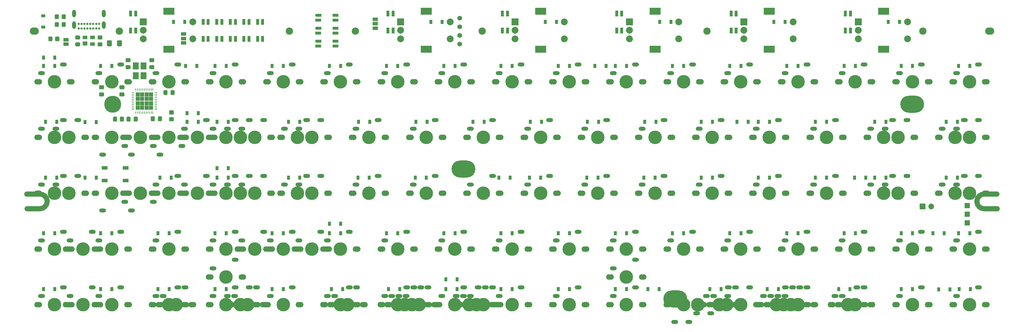
<source format=gbs>
%TF.GenerationSoftware,KiCad,Pcbnew,(5.1.8-0-10_14)*%
%TF.CreationDate,2020-12-27T18:14:17+09:00*%
%TF.ProjectId,Unison,556e6973-6f6e-42e6-9b69-6361645f7063,v01*%
%TF.SameCoordinates,Original*%
%TF.FileFunction,Soldermask,Bot*%
%TF.FilePolarity,Negative*%
%FSLAX46Y46*%
G04 Gerber Fmt 4.6, Leading zero omitted, Abs format (unit mm)*
G04 Created by KiCad (PCBNEW (5.1.8-0-10_14)) date 2020-12-27 18:14:17*
%MOMM*%
%LPD*%
G01*
G04 APERTURE LIST*
%ADD10C,1.500000*%
%ADD11C,2.140000*%
%ADD12O,2.000000X1.200000*%
%ADD13C,1.680000*%
%ADD14C,3.980000*%
%ADD15R,2.000000X2.000000*%
%ADD16C,2.000000*%
%ADD17R,3.200000X2.000000*%
%ADD18R,0.820000X1.800000*%
%ADD19C,0.100000*%
%ADD20R,0.820000X1.600000*%
%ADD21R,0.620000X0.400000*%
%ADD22R,0.900000X1.200000*%
%ADD23C,1.000000*%
%ADD24C,5.000000*%
%ADD25O,7.000240X5.000000*%
%ADD26R,1.200000X0.900000*%
%ADD27R,1.400000X1.000000*%
%ADD28R,1.400000X1.200000*%
%ADD29O,1.700000X1.700000*%
%ADD30R,1.700000X1.700000*%
%ADD31R,1.500000X1.000000*%
%ADD32R,1.800000X0.820000*%
%ADD33R,1.600000X0.820000*%
%ADD34R,0.400000X0.620000*%
%ADD35R,1.524000X1.524000*%
%ADD36C,1.397000*%
%ADD37R,1.800000X1.100000*%
%ADD38R,0.700000X0.250000*%
%ADD39R,0.250000X0.700000*%
%ADD40R,1.287500X1.287500*%
%ADD41R,1.800000X2.100000*%
%ADD42O,1.108000X2.216000*%
%ADD43C,0.650000*%
G04 APERTURE END LIST*
D10*
%TO.C,REF\u002A\u002A*%
X15200000Y-71050000D02*
X19000000Y-71050000D01*
X15250000Y-75350000D02*
X19050000Y-75350000D01*
X300200000Y-75350000D02*
X296400000Y-75350000D01*
X300150000Y-71050000D02*
X296350000Y-71050000D01*
X294250000Y-73200000D02*
G75*
G03*
X296400000Y-75350000I2150000J0D01*
G01*
X294250000Y-73200000D02*
G75*
G02*
X296400000Y-71050000I2150000J0D01*
G01*
X21150000Y-73200000D02*
G75*
G02*
X19000000Y-75350000I-2150000J0D01*
G01*
X21150000Y-73200000D02*
G75*
G03*
X19000000Y-71050000I-2150000J0D01*
G01*
%TD*%
D11*
%TO.C,*%
X298300000Y-23100000D03*
%TD*%
%TO.C,*%
X17600000Y-23100000D03*
%TD*%
%TO.C,*%
X111700000Y-23100000D03*
%TD*%
%TO.C,*%
X215000000Y-23100000D03*
%TD*%
%TO.C,*%
X148900000Y-23100000D03*
%TD*%
%TO.C,*%
X92300000Y-23100000D03*
%TD*%
%TO.C,*%
X42300000Y-23100000D03*
%TD*%
%TO.C,*%
X278400000Y-23100000D03*
%TD*%
%TO.C,*%
X297800000Y-23100000D03*
%TD*%
D12*
%TO.C,SW_25_2*%
X69890000Y-92860000D03*
X76340000Y-90320000D03*
D13*
X69200000Y-95400000D03*
X78200000Y-95400000D03*
D14*
X73700000Y-95400000D03*
D13*
X68620000Y-95400000D03*
X78780000Y-95400000D03*
%TD*%
D12*
%TO.C,SW_60_2*%
X187490000Y-92860000D03*
X193940000Y-90320000D03*
D13*
X186800000Y-95400000D03*
X195800000Y-95400000D03*
D14*
X191300000Y-95400000D03*
D13*
X186220000Y-95400000D03*
X196380000Y-95400000D03*
%TD*%
D12*
%TO.C,SW_10_2*%
X27890000Y-101060000D03*
X34340000Y-98520000D03*
D13*
X27200000Y-103600000D03*
X36200000Y-103600000D03*
D14*
X31700000Y-103600000D03*
D13*
X26620000Y-103600000D03*
X36780000Y-103600000D03*
%TD*%
D12*
%TO.C,SW_19_2*%
X27890000Y-84660000D03*
X34340000Y-82120000D03*
D13*
X27200000Y-87200000D03*
X36200000Y-87200000D03*
D14*
X31700000Y-87200000D03*
D13*
X26620000Y-87200000D03*
X36780000Y-87200000D03*
%TD*%
D12*
%TO.C,SW_24_2*%
X78290000Y-84660000D03*
X84740000Y-82120000D03*
D13*
X77600000Y-87200000D03*
X86600000Y-87200000D03*
D14*
X82100000Y-87200000D03*
D13*
X77020000Y-87200000D03*
X87180000Y-87200000D03*
%TD*%
D12*
%TO.C,SW_39_2*%
X95090000Y-84660000D03*
X101540000Y-82120000D03*
D13*
X94400000Y-87200000D03*
X103400000Y-87200000D03*
D14*
X98900000Y-87200000D03*
D13*
X93820000Y-87200000D03*
X103980000Y-87200000D03*
%TD*%
D12*
%TO.C,SW_45_4*%
X145490000Y-101060000D03*
X151940000Y-98520000D03*
D13*
X144800000Y-103600000D03*
X153800000Y-103600000D03*
D14*
X149300000Y-103600000D03*
D13*
X144220000Y-103600000D03*
X154380000Y-103600000D03*
%TD*%
%TO.C,SW_17_2*%
X32580000Y-54400000D03*
X22420000Y-54400000D03*
D14*
X27500000Y-54400000D03*
D13*
X32000000Y-54400000D03*
X23000000Y-54400000D03*
D12*
X30140000Y-49320000D03*
X23690000Y-51860000D03*
%TD*%
D13*
%TO.C,SW_18_2*%
X32580000Y-70800000D03*
X22420000Y-70800000D03*
D14*
X27500000Y-70800000D03*
D13*
X32000000Y-70800000D03*
X23000000Y-70800000D03*
D12*
X30140000Y-65720000D03*
X23690000Y-68260000D03*
%TD*%
D13*
%TO.C,SW_23_2*%
X82980000Y-70800000D03*
X72820000Y-70800000D03*
D14*
X77900000Y-70800000D03*
D13*
X82400000Y-70800000D03*
X73400000Y-70800000D03*
D12*
X80540000Y-65720000D03*
X74090000Y-68260000D03*
%TD*%
D13*
%TO.C,SW_25_3*%
X82980000Y-103600000D03*
X72820000Y-103600000D03*
D14*
X77900000Y-103600000D03*
D13*
X82400000Y-103600000D03*
X73400000Y-103600000D03*
D12*
X80540000Y-98520000D03*
X74090000Y-101060000D03*
%TD*%
D13*
%TO.C,SW_32_2*%
X82980000Y-54400000D03*
X72820000Y-54400000D03*
D14*
X77900000Y-54400000D03*
D13*
X82400000Y-54400000D03*
X73400000Y-54400000D03*
D12*
X80540000Y-49320000D03*
X74090000Y-51860000D03*
%TD*%
D13*
%TO.C,SW_37_2*%
X99780000Y-54400000D03*
X89620000Y-54400000D03*
D14*
X94700000Y-54400000D03*
D13*
X99200000Y-54400000D03*
X90200000Y-54400000D03*
D12*
X97340000Y-49320000D03*
X90890000Y-51860000D03*
%TD*%
D13*
%TO.C,SW_38_2*%
X99780000Y-70800000D03*
X89620000Y-70800000D03*
D14*
X94700000Y-70800000D03*
D13*
X99200000Y-70800000D03*
X90200000Y-70800000D03*
D12*
X97340000Y-65720000D03*
X90890000Y-68260000D03*
%TD*%
D13*
%TO.C,SW_40_2*%
X133380000Y-103600000D03*
X123220000Y-103600000D03*
D14*
X128300000Y-103600000D03*
D13*
X132800000Y-103600000D03*
X123800000Y-103600000D03*
D12*
X130940000Y-98520000D03*
X124490000Y-101060000D03*
%TD*%
D13*
%TO.C,SW_45_2*%
X150180000Y-103600000D03*
X140020000Y-103600000D03*
D14*
X145100000Y-103600000D03*
D13*
X149600000Y-103600000D03*
X140600000Y-103600000D03*
D12*
X147740000Y-98520000D03*
X141290000Y-101060000D03*
%TD*%
D13*
%TO.C,SW_70_2*%
X225780000Y-103600000D03*
X215620000Y-103600000D03*
D14*
X220700000Y-103600000D03*
D13*
X225200000Y-103600000D03*
X216200000Y-103600000D03*
D12*
X223340000Y-98520000D03*
X216890000Y-101060000D03*
%TD*%
D13*
%TO.C,SW_75_2*%
X207220000Y-103600000D03*
X217380000Y-103600000D03*
D14*
X212300000Y-103600000D03*
D13*
X207800000Y-103600000D03*
X216800000Y-103600000D03*
D12*
X209660000Y-108680000D03*
X216110000Y-106140000D03*
%TD*%
D13*
%TO.C,SW_7_2*%
X292980000Y-54400000D03*
X282820000Y-54400000D03*
D14*
X287900000Y-54400000D03*
D13*
X292400000Y-54400000D03*
X283400000Y-54400000D03*
D12*
X290540000Y-49320000D03*
X284090000Y-51860000D03*
%TD*%
D13*
%TO.C,SW_85_3*%
X242580000Y-103600000D03*
X232420000Y-103600000D03*
D14*
X237500000Y-103600000D03*
D13*
X242000000Y-103600000D03*
X233000000Y-103600000D03*
D12*
X240140000Y-98520000D03*
X233690000Y-101060000D03*
%TD*%
D13*
%TO.C,SW_8_2*%
X292980000Y-70800000D03*
X282820000Y-70800000D03*
D14*
X287900000Y-70800000D03*
D13*
X292400000Y-70800000D03*
X283400000Y-70800000D03*
D12*
X290540000Y-65720000D03*
X284090000Y-68260000D03*
%TD*%
D13*
%TO.C,SW_97_2*%
X276180000Y-54400000D03*
X266020000Y-54400000D03*
D14*
X271100000Y-54400000D03*
D13*
X275600000Y-54400000D03*
X266600000Y-54400000D03*
D12*
X273740000Y-49320000D03*
X267290000Y-51860000D03*
%TD*%
D13*
%TO.C,SW_98_2*%
X276180000Y-70800000D03*
X266020000Y-70800000D03*
D14*
X271100000Y-70800000D03*
D13*
X275600000Y-70800000D03*
X266600000Y-70800000D03*
D12*
X273740000Y-65720000D03*
X267290000Y-68260000D03*
%TD*%
%TO.C,SW_85_4*%
X231590000Y-101060000D03*
X238040000Y-98520000D03*
D13*
X230900000Y-103600000D03*
X239900000Y-103600000D03*
D14*
X235400000Y-103600000D03*
D13*
X230320000Y-103600000D03*
X240480000Y-103600000D03*
%TD*%
D12*
%TO.C,SW_85_2*%
X235790000Y-101060000D03*
X242240000Y-98520000D03*
D13*
X235100000Y-103600000D03*
X244100000Y-103600000D03*
D14*
X239600000Y-103600000D03*
D13*
X234520000Y-103600000D03*
X244680000Y-103600000D03*
%TD*%
D12*
%TO.C,SW_80_2*%
X252590000Y-101060000D03*
X259040000Y-98520000D03*
D13*
X251900000Y-103600000D03*
X260900000Y-103600000D03*
D14*
X256400000Y-103600000D03*
D13*
X251320000Y-103600000D03*
X261480000Y-103600000D03*
%TD*%
D12*
%TO.C,SW_70_3*%
X214790000Y-101060000D03*
X221240000Y-98520000D03*
D13*
X214100000Y-103600000D03*
X223100000Y-103600000D03*
D14*
X218600000Y-103600000D03*
D13*
X213520000Y-103600000D03*
X223680000Y-103600000D03*
%TD*%
D12*
%TO.C,SW_45_3*%
X143390000Y-101060000D03*
X149840000Y-98520000D03*
D13*
X142700000Y-103600000D03*
X151700000Y-103600000D03*
D14*
X147200000Y-103600000D03*
D13*
X142120000Y-103600000D03*
X152280000Y-103600000D03*
%TD*%
D12*
%TO.C,SW_40_4*%
X122390000Y-101060000D03*
X128840000Y-98520000D03*
D13*
X121700000Y-103600000D03*
X130700000Y-103600000D03*
D14*
X126200000Y-103600000D03*
D13*
X121120000Y-103600000D03*
X131280000Y-103600000D03*
%TD*%
D12*
%TO.C,SW_40_3*%
X126590000Y-101060000D03*
X133040000Y-98520000D03*
D13*
X125900000Y-103600000D03*
X134900000Y-103600000D03*
D14*
X130400000Y-103600000D03*
D13*
X125320000Y-103600000D03*
X135480000Y-103600000D03*
%TD*%
D12*
%TO.C,SW_35_2*%
X105590000Y-101060000D03*
X112040000Y-98520000D03*
D13*
X104900000Y-103600000D03*
X113900000Y-103600000D03*
D14*
X109400000Y-103600000D03*
D13*
X104320000Y-103600000D03*
X114480000Y-103600000D03*
%TD*%
D12*
%TO.C,SW_25_4*%
X76190000Y-101060000D03*
X82640000Y-98520000D03*
D13*
X75500000Y-103600000D03*
X84500000Y-103600000D03*
D14*
X80000000Y-103600000D03*
D13*
X74920000Y-103600000D03*
X85080000Y-103600000D03*
%TD*%
D12*
%TO.C,SW_20_2*%
X55190000Y-101060000D03*
X61640000Y-98520000D03*
D13*
X54500000Y-103600000D03*
X63500000Y-103600000D03*
D14*
X59000000Y-103600000D03*
D13*
X53920000Y-103600000D03*
X64080000Y-103600000D03*
%TD*%
D15*
%TO.C,SW_RE1*%
X49400000Y-20400000D03*
D16*
X49400000Y-22900000D03*
X49400000Y-25400000D03*
D17*
X56900000Y-17300000D03*
X56900000Y-28500000D03*
D16*
X63900000Y-20400000D03*
X63900000Y-25400000D03*
%TD*%
D12*
%TO.C,SW_21*%
X36290000Y-35460000D03*
X42740000Y-32920000D03*
D13*
X35600000Y-38000000D03*
X44600000Y-38000000D03*
D14*
X40100000Y-38000000D03*
D13*
X35020000Y-38000000D03*
X45180000Y-38000000D03*
%TD*%
D18*
%TO.C,L13*%
X222050000Y-17950000D03*
X223550000Y-22950000D03*
X222050000Y-22950000D03*
D19*
G36*
X223760000Y-17050001D02*
G01*
X223959999Y-17250000D01*
X223760000Y-17449999D01*
X223560001Y-17250000D01*
X223760000Y-17050001D01*
G37*
D20*
X223550000Y-18050000D03*
D21*
X223450000Y-17250000D03*
%TD*%
D18*
%TO.C,L5*%
X82950000Y-20400000D03*
X84450000Y-25400000D03*
X82950000Y-25400000D03*
D19*
G36*
X84660000Y-19500001D02*
G01*
X84859999Y-19700000D01*
X84660000Y-19899999D01*
X84460001Y-19700000D01*
X84660000Y-19500001D01*
G37*
D20*
X84450000Y-20500000D03*
D21*
X84350000Y-19700000D03*
%TD*%
D12*
%TO.C,SW_26*%
X53090000Y-35460000D03*
X59540000Y-32920000D03*
D13*
X52400000Y-38000000D03*
X61400000Y-38000000D03*
D14*
X56900000Y-38000000D03*
D13*
X51820000Y-38000000D03*
X61980000Y-38000000D03*
%TD*%
D22*
%TO.C,D94*%
X286350000Y-99100000D03*
X283050000Y-99100000D03*
%TD*%
D11*
%TO.C,*%
X17100000Y-23100000D03*
%TD*%
D23*
%TO.C,REF\u002A\u002A*%
X298442035Y-71000000D03*
X298450000Y-75350000D03*
X294850000Y-74700000D03*
X296400000Y-71000000D03*
X296400000Y-75350000D03*
X294250000Y-73200000D03*
X294850000Y-71700000D03*
X20550000Y-74700000D03*
D24*
X40400000Y-44600000D03*
D25*
X143400000Y-63700000D03*
X205700000Y-101900000D03*
X275250000Y-44600000D03*
D23*
X40400000Y-42700000D03*
X38500000Y-44600000D03*
X42300000Y-44600000D03*
X40400000Y-46500000D03*
X39050000Y-43250000D03*
X41650000Y-43250000D03*
X39050000Y-45900000D03*
X41650000Y-45950000D03*
X275250000Y-42750000D03*
X275250000Y-46450000D03*
X276450000Y-46450000D03*
X274050000Y-46450000D03*
X274050000Y-42750000D03*
X276450000Y-42733000D03*
X205750000Y-100050000D03*
X205700000Y-103750000D03*
X206950000Y-100050000D03*
X204550000Y-100050000D03*
X204500000Y-103750000D03*
X206900000Y-103750000D03*
X143400000Y-61850000D03*
X144600000Y-61850000D03*
X142200000Y-61850000D03*
X143400000Y-65600000D03*
X142200000Y-65600000D03*
X144600000Y-65600000D03*
X21150000Y-73200000D03*
X19000000Y-71050000D03*
X19000000Y-75400000D03*
X20550000Y-71700000D03*
X16950000Y-71050000D03*
X16957965Y-75400000D03*
%TD*%
%TO.C,C1*%
G36*
G01*
X45650000Y-48525000D02*
X45650000Y-49475000D01*
G75*
G02*
X45400000Y-49725000I-250000J0D01*
G01*
X44725000Y-49725000D01*
G75*
G02*
X44475000Y-49475000I0J250000D01*
G01*
X44475000Y-48525000D01*
G75*
G02*
X44725000Y-48275000I250000J0D01*
G01*
X45400000Y-48275000D01*
G75*
G02*
X45650000Y-48525000I0J-250000D01*
G01*
G37*
G36*
G01*
X47725000Y-48525000D02*
X47725000Y-49475000D01*
G75*
G02*
X47475000Y-49725000I-250000J0D01*
G01*
X46800000Y-49725000D01*
G75*
G02*
X46550000Y-49475000I0J250000D01*
G01*
X46550000Y-48525000D01*
G75*
G02*
X46800000Y-48275000I250000J0D01*
G01*
X47475000Y-48275000D01*
G75*
G02*
X47725000Y-48525000I0J-250000D01*
G01*
G37*
%TD*%
%TO.C,C2*%
G36*
G01*
X52375000Y-32250000D02*
X51425000Y-32250000D01*
G75*
G02*
X51175000Y-32000000I0J250000D01*
G01*
X51175000Y-31325000D01*
G75*
G02*
X51425000Y-31075000I250000J0D01*
G01*
X52375000Y-31075000D01*
G75*
G02*
X52625000Y-31325000I0J-250000D01*
G01*
X52625000Y-32000000D01*
G75*
G02*
X52375000Y-32250000I-250000J0D01*
G01*
G37*
G36*
G01*
X52375000Y-34325000D02*
X51425000Y-34325000D01*
G75*
G02*
X51175000Y-34075000I0J250000D01*
G01*
X51175000Y-33400000D01*
G75*
G02*
X51425000Y-33150000I250000J0D01*
G01*
X52375000Y-33150000D01*
G75*
G02*
X52625000Y-33400000I0J-250000D01*
G01*
X52625000Y-34075000D01*
G75*
G02*
X52375000Y-34325000I-250000J0D01*
G01*
G37*
%TD*%
%TO.C,C3*%
G36*
G01*
X45375000Y-32250000D02*
X44425000Y-32250000D01*
G75*
G02*
X44175000Y-32000000I0J250000D01*
G01*
X44175000Y-31325000D01*
G75*
G02*
X44425000Y-31075000I250000J0D01*
G01*
X45375000Y-31075000D01*
G75*
G02*
X45625000Y-31325000I0J-250000D01*
G01*
X45625000Y-32000000D01*
G75*
G02*
X45375000Y-32250000I-250000J0D01*
G01*
G37*
G36*
G01*
X45375000Y-34325000D02*
X44425000Y-34325000D01*
G75*
G02*
X44175000Y-34075000I0J250000D01*
G01*
X44175000Y-33400000D01*
G75*
G02*
X44425000Y-33150000I250000J0D01*
G01*
X45375000Y-33150000D01*
G75*
G02*
X45625000Y-33400000I0J-250000D01*
G01*
X45625000Y-34075000D01*
G75*
G02*
X45375000Y-34325000I-250000J0D01*
G01*
G37*
%TD*%
%TO.C,C4*%
G36*
G01*
X53670000Y-49365000D02*
X53670000Y-48415000D01*
G75*
G02*
X53920000Y-48165000I250000J0D01*
G01*
X54595000Y-48165000D01*
G75*
G02*
X54845000Y-48415000I0J-250000D01*
G01*
X54845000Y-49365000D01*
G75*
G02*
X54595000Y-49615000I-250000J0D01*
G01*
X53920000Y-49615000D01*
G75*
G02*
X53670000Y-49365000I0J250000D01*
G01*
G37*
G36*
G01*
X51595000Y-49365000D02*
X51595000Y-48415000D01*
G75*
G02*
X51845000Y-48165000I250000J0D01*
G01*
X52520000Y-48165000D01*
G75*
G02*
X52770000Y-48415000I0J-250000D01*
G01*
X52770000Y-49365000D01*
G75*
G02*
X52520000Y-49615000I-250000J0D01*
G01*
X51845000Y-49615000D01*
G75*
G02*
X51595000Y-49365000I0J250000D01*
G01*
G37*
%TD*%
%TO.C,C5*%
G36*
G01*
X43575000Y-40250000D02*
X42625000Y-40250000D01*
G75*
G02*
X42375000Y-40000000I0J250000D01*
G01*
X42375000Y-39325000D01*
G75*
G02*
X42625000Y-39075000I250000J0D01*
G01*
X43575000Y-39075000D01*
G75*
G02*
X43825000Y-39325000I0J-250000D01*
G01*
X43825000Y-40000000D01*
G75*
G02*
X43575000Y-40250000I-250000J0D01*
G01*
G37*
G36*
G01*
X43575000Y-42325000D02*
X42625000Y-42325000D01*
G75*
G02*
X42375000Y-42075000I0J250000D01*
G01*
X42375000Y-41400000D01*
G75*
G02*
X42625000Y-41150000I250000J0D01*
G01*
X43575000Y-41150000D01*
G75*
G02*
X43825000Y-41400000I0J-250000D01*
G01*
X43825000Y-42075000D01*
G75*
G02*
X43575000Y-42325000I-250000J0D01*
G01*
G37*
%TD*%
%TO.C,C6*%
G36*
G01*
X37575000Y-40250000D02*
X36625000Y-40250000D01*
G75*
G02*
X36375000Y-40000000I0J250000D01*
G01*
X36375000Y-39325000D01*
G75*
G02*
X36625000Y-39075000I250000J0D01*
G01*
X37575000Y-39075000D01*
G75*
G02*
X37825000Y-39325000I0J-250000D01*
G01*
X37825000Y-40000000D01*
G75*
G02*
X37575000Y-40250000I-250000J0D01*
G01*
G37*
G36*
G01*
X37575000Y-42325000D02*
X36625000Y-42325000D01*
G75*
G02*
X36375000Y-42075000I0J250000D01*
G01*
X36375000Y-41400000D01*
G75*
G02*
X36625000Y-41150000I250000J0D01*
G01*
X37575000Y-41150000D01*
G75*
G02*
X37825000Y-41400000I0J-250000D01*
G01*
X37825000Y-42075000D01*
G75*
G02*
X37575000Y-42325000I-250000J0D01*
G01*
G37*
%TD*%
%TO.C,C7*%
G36*
G01*
X57380000Y-41675000D02*
X57380000Y-40725000D01*
G75*
G02*
X57630000Y-40475000I250000J0D01*
G01*
X58305000Y-40475000D01*
G75*
G02*
X58555000Y-40725000I0J-250000D01*
G01*
X58555000Y-41675000D01*
G75*
G02*
X58305000Y-41925000I-250000J0D01*
G01*
X57630000Y-41925000D01*
G75*
G02*
X57380000Y-41675000I0J250000D01*
G01*
G37*
G36*
G01*
X55305000Y-41675000D02*
X55305000Y-40725000D01*
G75*
G02*
X55555000Y-40475000I250000J0D01*
G01*
X56230000Y-40475000D01*
G75*
G02*
X56480000Y-40725000I0J-250000D01*
G01*
X56480000Y-41675000D01*
G75*
G02*
X56230000Y-41925000I-250000J0D01*
G01*
X55555000Y-41925000D01*
G75*
G02*
X55305000Y-41675000I0J250000D01*
G01*
G37*
%TD*%
D22*
%TO.C,D1*%
X23350000Y-30900000D03*
X20050000Y-30900000D03*
%TD*%
D26*
%TO.C,D2*%
X20000000Y-18650000D03*
X20000000Y-21950000D03*
%TD*%
D22*
%TO.C,D3*%
X23350000Y-33400000D03*
X20050000Y-33400000D03*
%TD*%
%TO.C,D4*%
X23950000Y-49800000D03*
X20650000Y-49800000D03*
%TD*%
%TO.C,D5*%
X23950000Y-66200000D03*
X20650000Y-66200000D03*
%TD*%
%TO.C,D6*%
X23350000Y-82600000D03*
X20050000Y-82600000D03*
%TD*%
%TO.C,D7*%
X23350000Y-99000000D03*
X20050000Y-99000000D03*
%TD*%
%TO.C,D8*%
X61550000Y-20400000D03*
X58250000Y-20400000D03*
%TD*%
%TO.C,D9*%
X40150000Y-33400000D03*
X36850000Y-33400000D03*
%TD*%
%TO.C,D10*%
X35550000Y-49900000D03*
X32250000Y-49900000D03*
%TD*%
%TO.C,D11*%
X35550000Y-66200000D03*
X32250000Y-66200000D03*
%TD*%
%TO.C,D12*%
X40150000Y-82600000D03*
X36850000Y-82600000D03*
%TD*%
%TO.C,D13*%
X40150000Y-99000000D03*
X36850000Y-99000000D03*
%TD*%
%TO.C,D14*%
X65550000Y-47300000D03*
X62250000Y-47300000D03*
%TD*%
%TO.C,D15*%
X65150000Y-33400000D03*
X61850000Y-33400000D03*
%TD*%
%TO.C,D16*%
X65550000Y-49800000D03*
X62250000Y-49800000D03*
%TD*%
%TO.C,D17*%
X57550000Y-66200000D03*
X54250000Y-66200000D03*
%TD*%
%TO.C,D18*%
X56950000Y-82600000D03*
X53650000Y-82600000D03*
%TD*%
%TO.C,D19*%
X56950000Y-99000000D03*
X53650000Y-99000000D03*
%TD*%
%TO.C,D20*%
X73750000Y-33400000D03*
X70450000Y-33400000D03*
%TD*%
%TO.C,D21*%
X74350000Y-49800000D03*
X71050000Y-49800000D03*
%TD*%
%TO.C,D22*%
X74350000Y-66200000D03*
X71050000Y-66200000D03*
%TD*%
%TO.C,D23*%
X73750000Y-82600000D03*
X70450000Y-82600000D03*
%TD*%
%TO.C,D24*%
X73750000Y-99000000D03*
X70450000Y-99000000D03*
%TD*%
%TO.C,D25*%
X74350000Y-63400000D03*
X71050000Y-63400000D03*
%TD*%
%TO.C,D26*%
X90550000Y-33400000D03*
X87250000Y-33400000D03*
%TD*%
%TO.C,D27*%
X95350000Y-49800000D03*
X92050000Y-49800000D03*
%TD*%
%TO.C,D28*%
X95350000Y-66200000D03*
X92050000Y-66200000D03*
%TD*%
%TO.C,D29*%
X90550000Y-82600000D03*
X87250000Y-82600000D03*
%TD*%
%TO.C,D30*%
X90550000Y-99000000D03*
X87250000Y-99000000D03*
%TD*%
%TO.C,D31*%
X107350000Y-33400000D03*
X104050000Y-33400000D03*
%TD*%
%TO.C,D32*%
X115950000Y-49800000D03*
X112650000Y-49800000D03*
%TD*%
%TO.C,D33*%
X115750000Y-66200000D03*
X112450000Y-66200000D03*
%TD*%
%TO.C,D34*%
X107350000Y-82600000D03*
X104050000Y-82600000D03*
%TD*%
%TO.C,D35*%
X107950000Y-99000000D03*
X104650000Y-99000000D03*
%TD*%
%TO.C,D36*%
X107350000Y-79800000D03*
X104050000Y-79800000D03*
%TD*%
%TO.C,D37*%
X124150000Y-33400000D03*
X120850000Y-33400000D03*
%TD*%
%TO.C,D38*%
X132750000Y-49800000D03*
X129450000Y-49800000D03*
%TD*%
%TO.C,D39*%
X132550000Y-66200000D03*
X129250000Y-66200000D03*
%TD*%
%TO.C,D40*%
X124150000Y-82600000D03*
X120850000Y-82600000D03*
%TD*%
%TO.C,D41*%
X124750000Y-99000000D03*
X121450000Y-99000000D03*
%TD*%
%TO.C,D42*%
X140950000Y-33400000D03*
X137650000Y-33400000D03*
%TD*%
%TO.C,D43*%
X149550000Y-49800000D03*
X146250000Y-49800000D03*
%TD*%
%TO.C,D44*%
X157150000Y-66200000D03*
X153850000Y-66200000D03*
%TD*%
%TO.C,D45*%
X140950000Y-82600000D03*
X137650000Y-82600000D03*
%TD*%
%TO.C,D46*%
X141550000Y-99000000D03*
X138250000Y-99000000D03*
%TD*%
%TO.C,D47*%
X141550000Y-96100000D03*
X138250000Y-96100000D03*
%TD*%
%TO.C,D48*%
X157750000Y-33400000D03*
X154450000Y-33400000D03*
%TD*%
%TO.C,D49*%
X166350000Y-49800000D03*
X163050000Y-49800000D03*
%TD*%
%TO.C,D50*%
X166150000Y-66200000D03*
X162850000Y-66200000D03*
%TD*%
%TO.C,D51*%
X157750000Y-82600000D03*
X154450000Y-82600000D03*
%TD*%
%TO.C,D52*%
X157750000Y-99000000D03*
X154450000Y-99000000D03*
%TD*%
%TO.C,D53*%
X170750000Y-20400000D03*
X167450000Y-20400000D03*
%TD*%
%TO.C,D54*%
X174550000Y-33400000D03*
X171250000Y-33400000D03*
%TD*%
%TO.C,D55*%
X183150000Y-49800000D03*
X179850000Y-49800000D03*
%TD*%
%TO.C,D56*%
X182950000Y-66200000D03*
X179650000Y-66200000D03*
%TD*%
%TO.C,D57*%
X174550000Y-82600000D03*
X171250000Y-82600000D03*
%TD*%
%TO.C,D58*%
X174550000Y-99000000D03*
X171250000Y-99000000D03*
%TD*%
%TO.C,D59*%
X185350000Y-33400000D03*
X182050000Y-33400000D03*
%TD*%
%TO.C,D60*%
X191350000Y-33400000D03*
X188050000Y-33400000D03*
%TD*%
%TO.C,D61*%
X199950000Y-49800000D03*
X196650000Y-49800000D03*
%TD*%
%TO.C,D62*%
X199750000Y-66200000D03*
X196450000Y-66200000D03*
%TD*%
%TO.C,D63*%
X191350000Y-82600000D03*
X188050000Y-82600000D03*
%TD*%
%TO.C,D64*%
X191350000Y-99000000D03*
X188050000Y-99000000D03*
%TD*%
%TO.C,D65*%
X204350000Y-20400000D03*
X201050000Y-20400000D03*
%TD*%
%TO.C,D66*%
X208150000Y-33400000D03*
X204850000Y-33400000D03*
%TD*%
%TO.C,D67*%
X216550000Y-49800000D03*
X213250000Y-49800000D03*
%TD*%
%TO.C,D68*%
X216550000Y-66200000D03*
X213250000Y-66200000D03*
%TD*%
%TO.C,D69*%
X208150000Y-82600000D03*
X204850000Y-82600000D03*
%TD*%
%TO.C,D70*%
X200950000Y-99000000D03*
X197650000Y-99000000D03*
%TD*%
%TO.C,D71*%
X227050000Y-49800000D03*
X223750000Y-49800000D03*
%TD*%
%TO.C,D72*%
X224950000Y-33400000D03*
X221650000Y-33400000D03*
%TD*%
%TO.C,D73*%
X233350000Y-49800000D03*
X230050000Y-49800000D03*
%TD*%
%TO.C,D74*%
X233350000Y-66200000D03*
X230050000Y-66200000D03*
%TD*%
%TO.C,D75*%
X224950000Y-82600000D03*
X221650000Y-82600000D03*
%TD*%
%TO.C,D76*%
X219150000Y-99000000D03*
X215850000Y-99000000D03*
%TD*%
%TO.C,D77*%
X237950000Y-20400000D03*
X234650000Y-20400000D03*
%TD*%
%TO.C,D78*%
X241750000Y-33400000D03*
X238450000Y-33400000D03*
%TD*%
%TO.C,D79*%
X250150000Y-49800000D03*
X246850000Y-49800000D03*
%TD*%
%TO.C,D80*%
X250150000Y-66200000D03*
X246850000Y-66200000D03*
%TD*%
%TO.C,D81*%
X241750000Y-82600000D03*
X238450000Y-82600000D03*
%TD*%
%TO.C,D82*%
X235950000Y-99000000D03*
X232650000Y-99000000D03*
%TD*%
%TO.C,D83*%
X261650000Y-66200000D03*
X258350000Y-66200000D03*
%TD*%
%TO.C,D84*%
X258550000Y-33400000D03*
X255250000Y-33400000D03*
%TD*%
%TO.C,D85*%
X267550000Y-49800000D03*
X264250000Y-49800000D03*
%TD*%
%TO.C,D86*%
X267550000Y-66200000D03*
X264250000Y-66200000D03*
%TD*%
%TO.C,D87*%
X258550000Y-82600000D03*
X255250000Y-82600000D03*
%TD*%
%TO.C,D88*%
X256950000Y-99000000D03*
X253650000Y-99000000D03*
%TD*%
%TO.C,D89*%
X271550000Y-20400000D03*
X268250000Y-20400000D03*
%TD*%
%TO.C,D90*%
X275350000Y-33400000D03*
X272050000Y-33400000D03*
%TD*%
%TO.C,D91*%
X275350000Y-82600000D03*
X272050000Y-82600000D03*
%TD*%
%TO.C,D92*%
X275350000Y-99000000D03*
X272050000Y-99000000D03*
%TD*%
%TO.C,D93*%
X284650000Y-82600000D03*
X281350000Y-82600000D03*
%TD*%
%TO.C,D95*%
X292150000Y-33400000D03*
X288850000Y-33400000D03*
%TD*%
%TO.C,D96*%
X288550000Y-49800000D03*
X285250000Y-49800000D03*
%TD*%
%TO.C,D97*%
X288550000Y-66200000D03*
X285250000Y-66200000D03*
%TD*%
%TO.C,D98*%
X292150000Y-82600000D03*
X288850000Y-82600000D03*
%TD*%
%TO.C,D99*%
X292350000Y-99000000D03*
X289050000Y-99000000D03*
%TD*%
%TO.C,D100*%
X137150000Y-20400000D03*
X133850000Y-20400000D03*
%TD*%
D27*
%TO.C,D102*%
X34475000Y-26925000D03*
X34475000Y-25025000D03*
X32275000Y-25025000D03*
D28*
X32275000Y-26745000D03*
%TD*%
%TO.C,F1*%
G36*
G01*
X40125000Y-26075000D02*
X40125000Y-27325000D01*
G75*
G02*
X39875000Y-27575000I-250000J0D01*
G01*
X38950000Y-27575000D01*
G75*
G02*
X38700000Y-27325000I0J250000D01*
G01*
X38700000Y-26075000D01*
G75*
G02*
X38950000Y-25825000I250000J0D01*
G01*
X39875000Y-25825000D01*
G75*
G02*
X40125000Y-26075000I0J-250000D01*
G01*
G37*
G36*
G01*
X43100000Y-26075000D02*
X43100000Y-27325000D01*
G75*
G02*
X42850000Y-27575000I-250000J0D01*
G01*
X41925000Y-27575000D01*
G75*
G02*
X41675000Y-27325000I0J250000D01*
G01*
X41675000Y-26075000D01*
G75*
G02*
X41925000Y-25825000I250000J0D01*
G01*
X42850000Y-25825000D01*
G75*
G02*
X43100000Y-26075000I0J-250000D01*
G01*
G37*
%TD*%
D29*
%TO.C,J2*%
X280840000Y-74700000D03*
D30*
X278300000Y-74700000D03*
%TD*%
D31*
%TO.C,JP1*%
X26700000Y-26950000D03*
X26700000Y-25650000D03*
%TD*%
%TO.C,JP_LED1*%
X61225000Y-24000000D03*
X61225000Y-25300000D03*
X61225000Y-26600000D03*
%TD*%
%TO.C,JP_LED2*%
X117550000Y-19650000D03*
X117550000Y-20950000D03*
X117550000Y-22250000D03*
%TD*%
D18*
%TO.C,L1*%
X66950000Y-20400000D03*
X68450000Y-25400000D03*
X66950000Y-25400000D03*
D19*
G36*
X68660000Y-19500001D02*
G01*
X68859999Y-19700000D01*
X68660000Y-19899999D01*
X68460001Y-19700000D01*
X68660000Y-19500001D01*
G37*
D20*
X68450000Y-20500000D03*
D21*
X68350000Y-19700000D03*
%TD*%
D18*
%TO.C,L2*%
X70950000Y-20400000D03*
X72450000Y-25400000D03*
X70950000Y-25400000D03*
D19*
G36*
X72660000Y-19500001D02*
G01*
X72859999Y-19700000D01*
X72660000Y-19899999D01*
X72460001Y-19700000D01*
X72660000Y-19500001D01*
G37*
D20*
X72450000Y-20500000D03*
D21*
X72350000Y-19700000D03*
%TD*%
D18*
%TO.C,L3*%
X74950000Y-20400000D03*
X76450000Y-25400000D03*
X74950000Y-25400000D03*
D19*
G36*
X76660000Y-19500001D02*
G01*
X76859999Y-19700000D01*
X76660000Y-19899999D01*
X76460001Y-19700000D01*
X76660000Y-19500001D01*
G37*
D20*
X76450000Y-20500000D03*
D21*
X76350000Y-19700000D03*
%TD*%
D18*
%TO.C,L4*%
X78950000Y-20400000D03*
X80450000Y-25400000D03*
X78950000Y-25400000D03*
D19*
G36*
X80660000Y-19500001D02*
G01*
X80859999Y-19700000D01*
X80660000Y-19899999D01*
X80460001Y-19700000D01*
X80660000Y-19500001D01*
G37*
D20*
X80450000Y-20500000D03*
D21*
X80350000Y-19700000D03*
%TD*%
D32*
%TO.C,L6*%
X100800000Y-19950000D03*
X105800000Y-18450000D03*
X105800000Y-19950000D03*
D19*
G36*
X99900001Y-18240000D02*
G01*
X100100000Y-18040001D01*
X100299999Y-18240000D01*
X100100000Y-18439999D01*
X99900001Y-18240000D01*
G37*
D33*
X100900000Y-18450000D03*
D34*
X100100000Y-18550000D03*
%TD*%
D32*
%TO.C,L7*%
X100800000Y-23750000D03*
X105800000Y-22250000D03*
X105800000Y-23750000D03*
D19*
G36*
X99900001Y-22040000D02*
G01*
X100100000Y-21840001D01*
X100299999Y-22040000D01*
X100100000Y-22239999D01*
X99900001Y-22040000D01*
G37*
D33*
X100900000Y-22250000D03*
D34*
X100100000Y-22350000D03*
%TD*%
D32*
%TO.C,L8*%
X100800000Y-27550000D03*
X105800000Y-26050000D03*
X105800000Y-27550000D03*
D19*
G36*
X99900001Y-25840000D02*
G01*
X100100000Y-25640001D01*
X100299999Y-25840000D01*
X100100000Y-26039999D01*
X99900001Y-25840000D01*
G37*
D33*
X100900000Y-26050000D03*
D34*
X100100000Y-26150000D03*
%TD*%
D18*
%TO.C,L9*%
X45650000Y-17950000D03*
X47150000Y-22950000D03*
X45650000Y-22950000D03*
D19*
G36*
X47360000Y-17050001D02*
G01*
X47559999Y-17250000D01*
X47360000Y-17449999D01*
X47160001Y-17250000D01*
X47360000Y-17050001D01*
G37*
D20*
X47150000Y-18050000D03*
D21*
X47050000Y-17250000D03*
%TD*%
D18*
%TO.C,L10*%
X121250000Y-17950000D03*
X122750000Y-22950000D03*
X121250000Y-22950000D03*
D19*
G36*
X122960000Y-17050001D02*
G01*
X123159999Y-17250000D01*
X122960000Y-17449999D01*
X122760001Y-17250000D01*
X122960000Y-17050001D01*
G37*
D20*
X122750000Y-18050000D03*
D21*
X122650000Y-17250000D03*
%TD*%
D18*
%TO.C,L11*%
X154850000Y-17950000D03*
X156350000Y-22950000D03*
X154850000Y-22950000D03*
D19*
G36*
X156560000Y-17050001D02*
G01*
X156759999Y-17250000D01*
X156560000Y-17449999D01*
X156360001Y-17250000D01*
X156560000Y-17050001D01*
G37*
D20*
X156350000Y-18050000D03*
D21*
X156250000Y-17250000D03*
%TD*%
D18*
%TO.C,L12*%
X188450000Y-17950000D03*
X189950000Y-22950000D03*
X188450000Y-22950000D03*
D19*
G36*
X190160000Y-17050001D02*
G01*
X190359999Y-17250000D01*
X190160000Y-17449999D01*
X189960001Y-17250000D01*
X190160000Y-17050001D01*
G37*
D20*
X189950000Y-18050000D03*
D21*
X189850000Y-17250000D03*
%TD*%
D18*
%TO.C,L14*%
X255650000Y-17950000D03*
X257150000Y-22950000D03*
X255650000Y-22950000D03*
D19*
G36*
X257360000Y-17050001D02*
G01*
X257559999Y-17250000D01*
X257360000Y-17449999D01*
X257160001Y-17250000D01*
X257360000Y-17050001D01*
G37*
D20*
X257150000Y-18050000D03*
D21*
X257050000Y-17250000D03*
%TD*%
D35*
%TO.C,L15*%
X291450000Y-74470000D03*
X291450000Y-77010000D03*
X291450000Y-79550000D03*
%TD*%
D36*
%TO.C,OL1*%
X142300000Y-19290000D03*
X142300000Y-21830000D03*
X142300000Y-24370000D03*
X142300000Y-26910000D03*
%TD*%
%TO.C,R1*%
G36*
G01*
X22700000Y-24949999D02*
X22700000Y-25850001D01*
G75*
G02*
X22450001Y-26100000I-249999J0D01*
G01*
X21749999Y-26100000D01*
G75*
G02*
X21500000Y-25850001I0J249999D01*
G01*
X21500000Y-24949999D01*
G75*
G02*
X21749999Y-24700000I249999J0D01*
G01*
X22450001Y-24700000D01*
G75*
G02*
X22700000Y-24949999I0J-249999D01*
G01*
G37*
G36*
G01*
X24700000Y-24949999D02*
X24700000Y-25850001D01*
G75*
G02*
X24450001Y-26100000I-249999J0D01*
G01*
X23749999Y-26100000D01*
G75*
G02*
X23500000Y-25850001I0J249999D01*
G01*
X23500000Y-24949999D01*
G75*
G02*
X23749999Y-24700000I249999J0D01*
G01*
X24450001Y-24700000D01*
G75*
G02*
X24700000Y-24949999I0J-249999D01*
G01*
G37*
%TD*%
%TO.C,R4*%
G36*
G01*
X41700000Y-48549999D02*
X41700000Y-49450001D01*
G75*
G02*
X41450001Y-49700000I-249999J0D01*
G01*
X40749999Y-49700000D01*
G75*
G02*
X40500000Y-49450001I0J249999D01*
G01*
X40500000Y-48549999D01*
G75*
G02*
X40749999Y-48300000I249999J0D01*
G01*
X41450001Y-48300000D01*
G75*
G02*
X41700000Y-48549999I0J-249999D01*
G01*
G37*
G36*
G01*
X43700000Y-48549999D02*
X43700000Y-49450001D01*
G75*
G02*
X43450001Y-49700000I-249999J0D01*
G01*
X42749999Y-49700000D01*
G75*
G02*
X42500000Y-49450001I0J249999D01*
G01*
X42500000Y-48549999D01*
G75*
G02*
X42749999Y-48300000I249999J0D01*
G01*
X43450001Y-48300000D01*
G75*
G02*
X43700000Y-48549999I0J-249999D01*
G01*
G37*
%TD*%
%TO.C,R5*%
G36*
G01*
X25400000Y-19350001D02*
X25400000Y-18449999D01*
G75*
G02*
X25649999Y-18200000I249999J0D01*
G01*
X26350001Y-18200000D01*
G75*
G02*
X26600000Y-18449999I0J-249999D01*
G01*
X26600000Y-19350001D01*
G75*
G02*
X26350001Y-19600000I-249999J0D01*
G01*
X25649999Y-19600000D01*
G75*
G02*
X25400000Y-19350001I0J249999D01*
G01*
G37*
G36*
G01*
X23400000Y-19350001D02*
X23400000Y-18449999D01*
G75*
G02*
X23649999Y-18200000I249999J0D01*
G01*
X24350001Y-18200000D01*
G75*
G02*
X24600000Y-18449999I0J-249999D01*
G01*
X24600000Y-19350001D01*
G75*
G02*
X24350001Y-19600000I-249999J0D01*
G01*
X23649999Y-19600000D01*
G75*
G02*
X23400000Y-19350001I0J249999D01*
G01*
G37*
%TD*%
%TO.C,R6*%
G36*
G01*
X25400000Y-21650001D02*
X25400000Y-20749999D01*
G75*
G02*
X25649999Y-20500000I249999J0D01*
G01*
X26350001Y-20500000D01*
G75*
G02*
X26600000Y-20749999I0J-249999D01*
G01*
X26600000Y-21650001D01*
G75*
G02*
X26350001Y-21900000I-249999J0D01*
G01*
X25649999Y-21900000D01*
G75*
G02*
X25400000Y-21650001I0J249999D01*
G01*
G37*
G36*
G01*
X23400000Y-21650001D02*
X23400000Y-20749999D01*
G75*
G02*
X23649999Y-20500000I249999J0D01*
G01*
X24350001Y-20500000D01*
G75*
G02*
X24600000Y-20749999I0J-249999D01*
G01*
X24600000Y-21650001D01*
G75*
G02*
X24350001Y-21900000I-249999J0D01*
G01*
X23649999Y-21900000D01*
G75*
G02*
X23400000Y-21650001I0J249999D01*
G01*
G37*
%TD*%
%TO.C,R7*%
G36*
G01*
X37100001Y-25625000D02*
X36199999Y-25625000D01*
G75*
G02*
X35950000Y-25375001I0J249999D01*
G01*
X35950000Y-24674999D01*
G75*
G02*
X36199999Y-24425000I249999J0D01*
G01*
X37100001Y-24425000D01*
G75*
G02*
X37350000Y-24674999I0J-249999D01*
G01*
X37350000Y-25375001D01*
G75*
G02*
X37100001Y-25625000I-249999J0D01*
G01*
G37*
G36*
G01*
X37100001Y-27625000D02*
X36199999Y-27625000D01*
G75*
G02*
X35950000Y-27375001I0J249999D01*
G01*
X35950000Y-26674999D01*
G75*
G02*
X36199999Y-26425000I249999J0D01*
G01*
X37100001Y-26425000D01*
G75*
G02*
X37350000Y-26674999I0J-249999D01*
G01*
X37350000Y-27375001D01*
G75*
G02*
X37100001Y-27625000I-249999J0D01*
G01*
G37*
%TD*%
%TO.C,R8*%
G36*
G01*
X30550001Y-25625000D02*
X29649999Y-25625000D01*
G75*
G02*
X29400000Y-25375001I0J249999D01*
G01*
X29400000Y-24674999D01*
G75*
G02*
X29649999Y-24425000I249999J0D01*
G01*
X30550001Y-24425000D01*
G75*
G02*
X30800000Y-24674999I0J-249999D01*
G01*
X30800000Y-25375001D01*
G75*
G02*
X30550001Y-25625000I-249999J0D01*
G01*
G37*
G36*
G01*
X30550001Y-27625000D02*
X29649999Y-27625000D01*
G75*
G02*
X29400000Y-27375001I0J249999D01*
G01*
X29400000Y-26674999D01*
G75*
G02*
X29649999Y-26425000I249999J0D01*
G01*
X30550001Y-26425000D01*
G75*
G02*
X30800000Y-26674999I0J-249999D01*
G01*
X30800000Y-27375001D01*
G75*
G02*
X30550001Y-27625000I-249999J0D01*
G01*
G37*
%TD*%
%TO.C,R9*%
G36*
G01*
X58110001Y-47640000D02*
X57209999Y-47640000D01*
G75*
G02*
X56960000Y-47390001I0J249999D01*
G01*
X56960000Y-46689999D01*
G75*
G02*
X57209999Y-46440000I249999J0D01*
G01*
X58110001Y-46440000D01*
G75*
G02*
X58360000Y-46689999I0J-249999D01*
G01*
X58360000Y-47390001D01*
G75*
G02*
X58110001Y-47640000I-249999J0D01*
G01*
G37*
G36*
G01*
X58110001Y-49640000D02*
X57209999Y-49640000D01*
G75*
G02*
X56960000Y-49390001I0J249999D01*
G01*
X56960000Y-48689999D01*
G75*
G02*
X57209999Y-48440000I249999J0D01*
G01*
X58110001Y-48440000D01*
G75*
G02*
X58360000Y-48689999I0J-249999D01*
G01*
X58360000Y-49390001D01*
G75*
G02*
X58110001Y-49640000I-249999J0D01*
G01*
G37*
%TD*%
D37*
%TO.C,ResetSW1*%
X44200000Y-63350000D03*
X38000000Y-63350000D03*
X44200000Y-67050000D03*
X38000000Y-67050000D03*
%TD*%
D12*
%TO.C,SW_6*%
X288290000Y-35460000D03*
X294740000Y-32920000D03*
D13*
X287600000Y-38000000D03*
X296600000Y-38000000D03*
D14*
X292100000Y-38000000D03*
D13*
X287020000Y-38000000D03*
X297180000Y-38000000D03*
%TD*%
D12*
%TO.C,SW_9*%
X288290000Y-84660000D03*
X294740000Y-82120000D03*
D13*
X287600000Y-87200000D03*
X296600000Y-87200000D03*
D14*
X292100000Y-87200000D03*
D13*
X287020000Y-87200000D03*
X297180000Y-87200000D03*
%TD*%
D12*
%TO.C,SW_14*%
X36290000Y-84660000D03*
X42740000Y-82120000D03*
D13*
X35600000Y-87200000D03*
X44600000Y-87200000D03*
D14*
X40100000Y-87200000D03*
D13*
X35020000Y-87200000D03*
X45180000Y-87200000D03*
%TD*%
D12*
%TO.C,SW_15*%
X36290000Y-101060000D03*
X42740000Y-98520000D03*
D13*
X35600000Y-103600000D03*
X44600000Y-103600000D03*
D14*
X40100000Y-103600000D03*
D13*
X35020000Y-103600000D03*
X45180000Y-103600000D03*
%TD*%
D12*
%TO.C,SW_16*%
X19490000Y-35460000D03*
X25940000Y-32920000D03*
D13*
X18800000Y-38000000D03*
X27800000Y-38000000D03*
D14*
X23300000Y-38000000D03*
D13*
X18220000Y-38000000D03*
X28380000Y-38000000D03*
%TD*%
D12*
%TO.C,SW_29*%
X53090000Y-84660000D03*
X59540000Y-82120000D03*
D13*
X52400000Y-87200000D03*
X61400000Y-87200000D03*
D14*
X56900000Y-87200000D03*
D13*
X51820000Y-87200000D03*
X61980000Y-87200000D03*
%TD*%
D12*
%TO.C,SW_30*%
X86690000Y-101060000D03*
X93140000Y-98520000D03*
D13*
X86000000Y-103600000D03*
X95000000Y-103600000D03*
D14*
X90500000Y-103600000D03*
D13*
X85420000Y-103600000D03*
X95580000Y-103600000D03*
%TD*%
D12*
%TO.C,SW_31*%
X69890000Y-35460000D03*
X76340000Y-32920000D03*
D13*
X69200000Y-38000000D03*
X78200000Y-38000000D03*
D14*
X73700000Y-38000000D03*
D13*
X68620000Y-38000000D03*
X78780000Y-38000000D03*
%TD*%
D12*
%TO.C,SW_34*%
X103490000Y-84660000D03*
X109940000Y-82120000D03*
D13*
X102800000Y-87200000D03*
X111800000Y-87200000D03*
D14*
X107300000Y-87200000D03*
D13*
X102220000Y-87200000D03*
X112380000Y-87200000D03*
%TD*%
D12*
%TO.C,SW_36*%
X86690000Y-35460000D03*
X93140000Y-32920000D03*
D13*
X86000000Y-38000000D03*
X95000000Y-38000000D03*
D14*
X90500000Y-38000000D03*
D13*
X85420000Y-38000000D03*
X95580000Y-38000000D03*
%TD*%
D12*
%TO.C,SW_41*%
X103490000Y-35460000D03*
X109940000Y-32920000D03*
D13*
X102800000Y-38000000D03*
X111800000Y-38000000D03*
D14*
X107300000Y-38000000D03*
D13*
X102220000Y-38000000D03*
X112380000Y-38000000D03*
%TD*%
D12*
%TO.C,SW_42*%
X111890000Y-51860000D03*
X118340000Y-49320000D03*
D13*
X111200000Y-54400000D03*
X120200000Y-54400000D03*
D14*
X115700000Y-54400000D03*
D13*
X110620000Y-54400000D03*
X120780000Y-54400000D03*
%TD*%
D12*
%TO.C,SW_43*%
X111890000Y-68260000D03*
X118340000Y-65720000D03*
D13*
X111200000Y-70800000D03*
X120200000Y-70800000D03*
D14*
X115700000Y-70800000D03*
D13*
X110620000Y-70800000D03*
X120780000Y-70800000D03*
%TD*%
D12*
%TO.C,SW_46*%
X120290000Y-35460000D03*
X126740000Y-32920000D03*
D13*
X119600000Y-38000000D03*
X128600000Y-38000000D03*
D14*
X124100000Y-38000000D03*
D13*
X119020000Y-38000000D03*
X129180000Y-38000000D03*
%TD*%
D12*
%TO.C,SW_47*%
X128690000Y-51860000D03*
X135140000Y-49320000D03*
D13*
X128000000Y-54400000D03*
X137000000Y-54400000D03*
D14*
X132500000Y-54400000D03*
D13*
X127420000Y-54400000D03*
X137580000Y-54400000D03*
%TD*%
D12*
%TO.C,SW_48*%
X128690000Y-68260000D03*
X135140000Y-65720000D03*
D13*
X128000000Y-70800000D03*
X137000000Y-70800000D03*
D14*
X132500000Y-70800000D03*
D13*
X127420000Y-70800000D03*
X137580000Y-70800000D03*
%TD*%
D12*
%TO.C,SW_49*%
X120290000Y-84660000D03*
X126740000Y-82120000D03*
D13*
X119600000Y-87200000D03*
X128600000Y-87200000D03*
D14*
X124100000Y-87200000D03*
D13*
X119020000Y-87200000D03*
X129180000Y-87200000D03*
%TD*%
D12*
%TO.C,SW_50*%
X153890000Y-101060000D03*
X160340000Y-98520000D03*
D13*
X153200000Y-103600000D03*
X162200000Y-103600000D03*
D14*
X157700000Y-103600000D03*
D13*
X152620000Y-103600000D03*
X162780000Y-103600000D03*
%TD*%
D12*
%TO.C,SW_51*%
X137090000Y-35460000D03*
X143540000Y-32920000D03*
D13*
X136400000Y-38000000D03*
X145400000Y-38000000D03*
D14*
X140900000Y-38000000D03*
D13*
X135820000Y-38000000D03*
X145980000Y-38000000D03*
%TD*%
D12*
%TO.C,SW_52*%
X145490000Y-51860000D03*
X151940000Y-49320000D03*
D13*
X144800000Y-54400000D03*
X153800000Y-54400000D03*
D14*
X149300000Y-54400000D03*
D13*
X144220000Y-54400000D03*
X154380000Y-54400000D03*
%TD*%
D12*
%TO.C,SW_53*%
X145490000Y-68260000D03*
X151940000Y-65720000D03*
D13*
X144800000Y-70800000D03*
X153800000Y-70800000D03*
D14*
X149300000Y-70800000D03*
D13*
X144220000Y-70800000D03*
X154380000Y-70800000D03*
%TD*%
D12*
%TO.C,SW_54*%
X137090000Y-84660000D03*
X143540000Y-82120000D03*
D13*
X136400000Y-87200000D03*
X145400000Y-87200000D03*
D14*
X140900000Y-87200000D03*
D13*
X135820000Y-87200000D03*
X145980000Y-87200000D03*
%TD*%
D12*
%TO.C,SW_56*%
X153890000Y-35460000D03*
X160340000Y-32920000D03*
D13*
X153200000Y-38000000D03*
X162200000Y-38000000D03*
D14*
X157700000Y-38000000D03*
D13*
X152620000Y-38000000D03*
X162780000Y-38000000D03*
%TD*%
D12*
%TO.C,SW_57*%
X162290000Y-51860000D03*
X168740000Y-49320000D03*
D13*
X161600000Y-54400000D03*
X170600000Y-54400000D03*
D14*
X166100000Y-54400000D03*
D13*
X161020000Y-54400000D03*
X171180000Y-54400000D03*
%TD*%
D12*
%TO.C,SW_58*%
X162290000Y-68260000D03*
X168740000Y-65720000D03*
D13*
X161600000Y-70800000D03*
X170600000Y-70800000D03*
D14*
X166100000Y-70800000D03*
D13*
X161020000Y-70800000D03*
X171180000Y-70800000D03*
%TD*%
D12*
%TO.C,SW_59*%
X153890000Y-84660000D03*
X160340000Y-82120000D03*
D13*
X153200000Y-87200000D03*
X162200000Y-87200000D03*
D14*
X157700000Y-87200000D03*
D13*
X152620000Y-87200000D03*
X162780000Y-87200000D03*
%TD*%
D12*
%TO.C,SW_61*%
X170690000Y-35460000D03*
X177140000Y-32920000D03*
D13*
X170000000Y-38000000D03*
X179000000Y-38000000D03*
D14*
X174500000Y-38000000D03*
D13*
X169420000Y-38000000D03*
X179580000Y-38000000D03*
%TD*%
D12*
%TO.C,SW_62*%
X179090000Y-51860000D03*
X185540000Y-49320000D03*
D13*
X178400000Y-54400000D03*
X187400000Y-54400000D03*
D14*
X182900000Y-54400000D03*
D13*
X177820000Y-54400000D03*
X187980000Y-54400000D03*
%TD*%
D12*
%TO.C,SW_63*%
X179090000Y-68260000D03*
X185540000Y-65720000D03*
D13*
X178400000Y-70800000D03*
X187400000Y-70800000D03*
D14*
X182900000Y-70800000D03*
D13*
X177820000Y-70800000D03*
X187980000Y-70800000D03*
%TD*%
D12*
%TO.C,SW_64*%
X170690000Y-84660000D03*
X177140000Y-82120000D03*
D13*
X170000000Y-87200000D03*
X179000000Y-87200000D03*
D14*
X174500000Y-87200000D03*
D13*
X169420000Y-87200000D03*
X179580000Y-87200000D03*
%TD*%
D12*
%TO.C,SW_65*%
X170690000Y-101060000D03*
X177140000Y-98520000D03*
D13*
X170000000Y-103600000D03*
X179000000Y-103600000D03*
D14*
X174500000Y-103600000D03*
D13*
X169420000Y-103600000D03*
X179580000Y-103600000D03*
%TD*%
D12*
%TO.C,SW_67*%
X195890000Y-51860000D03*
X202340000Y-49320000D03*
D13*
X195200000Y-54400000D03*
X204200000Y-54400000D03*
D14*
X199700000Y-54400000D03*
D13*
X194620000Y-54400000D03*
X204780000Y-54400000D03*
%TD*%
D12*
%TO.C,SW_68*%
X195890000Y-68260000D03*
X202340000Y-65720000D03*
D13*
X195200000Y-70800000D03*
X204200000Y-70800000D03*
D14*
X199700000Y-70800000D03*
D13*
X194620000Y-70800000D03*
X204780000Y-70800000D03*
%TD*%
D12*
%TO.C,SW_69*%
X187490000Y-84660000D03*
X193940000Y-82120000D03*
D13*
X186800000Y-87200000D03*
X195800000Y-87200000D03*
D14*
X191300000Y-87200000D03*
D13*
X186220000Y-87200000D03*
X196380000Y-87200000D03*
%TD*%
D12*
%TO.C,SW_71*%
X204290000Y-35460000D03*
X210740000Y-32920000D03*
D13*
X203600000Y-38000000D03*
X212600000Y-38000000D03*
D14*
X208100000Y-38000000D03*
D13*
X203020000Y-38000000D03*
X213180000Y-38000000D03*
%TD*%
D12*
%TO.C,SW_72*%
X212690000Y-51860000D03*
X219140000Y-49320000D03*
D13*
X212000000Y-54400000D03*
X221000000Y-54400000D03*
D14*
X216500000Y-54400000D03*
D13*
X211420000Y-54400000D03*
X221580000Y-54400000D03*
%TD*%
D12*
%TO.C,SW_73*%
X212690000Y-68260000D03*
X219140000Y-65720000D03*
D13*
X212000000Y-70800000D03*
X221000000Y-70800000D03*
D14*
X216500000Y-70800000D03*
D13*
X211420000Y-70800000D03*
X221580000Y-70800000D03*
%TD*%
D12*
%TO.C,SW_74*%
X204290000Y-84660000D03*
X210740000Y-82120000D03*
D13*
X203600000Y-87200000D03*
X212600000Y-87200000D03*
D14*
X208100000Y-87200000D03*
D13*
X203020000Y-87200000D03*
X213180000Y-87200000D03*
%TD*%
D12*
%TO.C,SW_76*%
X187490000Y-35460000D03*
X193940000Y-32920000D03*
D13*
X186800000Y-38000000D03*
X195800000Y-38000000D03*
D14*
X191300000Y-38000000D03*
D13*
X186220000Y-38000000D03*
X196380000Y-38000000D03*
%TD*%
D12*
%TO.C,SW_78*%
X229490000Y-68260000D03*
X235940000Y-65720000D03*
D13*
X228800000Y-70800000D03*
X237800000Y-70800000D03*
D14*
X233300000Y-70800000D03*
D13*
X228220000Y-70800000D03*
X238380000Y-70800000D03*
%TD*%
D12*
%TO.C,SW_79*%
X221090000Y-84660000D03*
X227540000Y-82120000D03*
D13*
X220400000Y-87200000D03*
X229400000Y-87200000D03*
D14*
X224900000Y-87200000D03*
D13*
X219820000Y-87200000D03*
X229980000Y-87200000D03*
%TD*%
D12*
%TO.C,SW_81*%
X237890000Y-35460000D03*
X244340000Y-32920000D03*
D13*
X237200000Y-38000000D03*
X246200000Y-38000000D03*
D14*
X241700000Y-38000000D03*
D13*
X236620000Y-38000000D03*
X246780000Y-38000000D03*
%TD*%
D12*
%TO.C,SW_82*%
X246290000Y-51860000D03*
X252740000Y-49320000D03*
D13*
X245600000Y-54400000D03*
X254600000Y-54400000D03*
D14*
X250100000Y-54400000D03*
D13*
X245020000Y-54400000D03*
X255180000Y-54400000D03*
%TD*%
D12*
%TO.C,SW_83*%
X246290000Y-68260000D03*
X252740000Y-65720000D03*
D13*
X245600000Y-70800000D03*
X254600000Y-70800000D03*
D14*
X250100000Y-70800000D03*
D13*
X245020000Y-70800000D03*
X255180000Y-70800000D03*
%TD*%
D12*
%TO.C,SW_84*%
X237890000Y-84660000D03*
X244340000Y-82120000D03*
D13*
X237200000Y-87200000D03*
X246200000Y-87200000D03*
D14*
X241700000Y-87200000D03*
D13*
X236620000Y-87200000D03*
X246780000Y-87200000D03*
%TD*%
D12*
%TO.C,SW_86*%
X221090000Y-35460000D03*
X227540000Y-32920000D03*
D13*
X220400000Y-38000000D03*
X229400000Y-38000000D03*
D14*
X224900000Y-38000000D03*
D13*
X219820000Y-38000000D03*
X229980000Y-38000000D03*
%TD*%
D12*
%TO.C,SW_87*%
X229490000Y-51860000D03*
X235940000Y-49320000D03*
D13*
X228800000Y-54400000D03*
X237800000Y-54400000D03*
D14*
X233300000Y-54400000D03*
D13*
X228220000Y-54400000D03*
X238380000Y-54400000D03*
%TD*%
D12*
%TO.C,SW_89*%
X254690000Y-84660000D03*
X261140000Y-82120000D03*
D13*
X254000000Y-87200000D03*
X263000000Y-87200000D03*
D14*
X258500000Y-87200000D03*
D13*
X253420000Y-87200000D03*
X263580000Y-87200000D03*
%TD*%
D12*
%TO.C,SW_90*%
X288290000Y-101060000D03*
X294740000Y-98520000D03*
D13*
X287600000Y-103600000D03*
X296600000Y-103600000D03*
D14*
X292100000Y-103600000D03*
D13*
X287020000Y-103600000D03*
X297180000Y-103600000D03*
%TD*%
D12*
%TO.C,SW_91*%
X271490000Y-35460000D03*
X277940000Y-32920000D03*
D13*
X270800000Y-38000000D03*
X279800000Y-38000000D03*
D14*
X275300000Y-38000000D03*
D13*
X270220000Y-38000000D03*
X280380000Y-38000000D03*
%TD*%
D12*
%TO.C,SW_94*%
X271490000Y-84660000D03*
X277940000Y-82120000D03*
D13*
X270800000Y-87200000D03*
X279800000Y-87200000D03*
D14*
X275300000Y-87200000D03*
D13*
X270220000Y-87200000D03*
X280380000Y-87200000D03*
%TD*%
D12*
%TO.C,SW_95*%
X271490000Y-101060000D03*
X277940000Y-98520000D03*
D13*
X270800000Y-103600000D03*
X279800000Y-103600000D03*
D14*
X275300000Y-103600000D03*
D13*
X270220000Y-103600000D03*
X280380000Y-103600000D03*
%TD*%
D12*
%TO.C,SW_96*%
X254690000Y-35460000D03*
X261140000Y-32920000D03*
D13*
X254000000Y-38000000D03*
X263000000Y-38000000D03*
D14*
X258500000Y-38000000D03*
D13*
X253420000Y-38000000D03*
X263580000Y-38000000D03*
%TD*%
D12*
%TO.C,SW_10_1*%
X19490000Y-101060000D03*
X25940000Y-98520000D03*
D13*
X18800000Y-103600000D03*
X27800000Y-103600000D03*
D14*
X23300000Y-103600000D03*
D13*
X18220000Y-103600000D03*
X28380000Y-103600000D03*
%TD*%
D12*
%TO.C,SW_12_1*%
X43910000Y-56940000D03*
X37460000Y-59480000D03*
D13*
X44600000Y-54400000D03*
X35600000Y-54400000D03*
D14*
X40100000Y-54400000D03*
D13*
X45180000Y-54400000D03*
X35020000Y-54400000D03*
%TD*%
D12*
%TO.C,SW_12_2*%
X52310000Y-56940000D03*
X45860000Y-59480000D03*
D13*
X53000000Y-54400000D03*
X44000000Y-54400000D03*
D14*
X48500000Y-54400000D03*
D13*
X53580000Y-54400000D03*
X43420000Y-54400000D03*
%TD*%
D12*
%TO.C,SW_13_1*%
X43910000Y-73340000D03*
X37460000Y-75880000D03*
D13*
X44600000Y-70800000D03*
X35600000Y-70800000D03*
D14*
X40100000Y-70800000D03*
D13*
X45180000Y-70800000D03*
X35020000Y-70800000D03*
%TD*%
D12*
%TO.C,SW_13_2*%
X52310000Y-73340000D03*
X45860000Y-75880000D03*
D13*
X53000000Y-70800000D03*
X44000000Y-70800000D03*
D14*
X48500000Y-70800000D03*
D13*
X53580000Y-70800000D03*
X43420000Y-70800000D03*
%TD*%
D12*
%TO.C,SW_17_1*%
X19490000Y-51860000D03*
X25940000Y-49320000D03*
D13*
X18800000Y-54400000D03*
X27800000Y-54400000D03*
D14*
X23300000Y-54400000D03*
D13*
X18220000Y-54400000D03*
X28380000Y-54400000D03*
%TD*%
D12*
%TO.C,SW_18_1*%
X19490000Y-68260000D03*
X25940000Y-65720000D03*
D13*
X18800000Y-70800000D03*
X27800000Y-70800000D03*
D14*
X23300000Y-70800000D03*
D13*
X18220000Y-70800000D03*
X28380000Y-70800000D03*
%TD*%
D12*
%TO.C,SW_19_1*%
X19490000Y-84660000D03*
X25940000Y-82120000D03*
D13*
X18800000Y-87200000D03*
X27800000Y-87200000D03*
D14*
X23300000Y-87200000D03*
D13*
X18220000Y-87200000D03*
X28380000Y-87200000D03*
%TD*%
D12*
%TO.C,SW_20_1*%
X53090000Y-101060000D03*
X59540000Y-98520000D03*
D13*
X52400000Y-103600000D03*
X61400000Y-103600000D03*
D14*
X56900000Y-103600000D03*
D13*
X51820000Y-103600000D03*
X61980000Y-103600000D03*
%TD*%
D12*
%TO.C,SW_23_1*%
X69890000Y-68260000D03*
X76340000Y-65720000D03*
D13*
X69200000Y-70800000D03*
X78200000Y-70800000D03*
D14*
X73700000Y-70800000D03*
D13*
X68620000Y-70800000D03*
X78780000Y-70800000D03*
%TD*%
D12*
%TO.C,SW_24_1*%
X69890000Y-84660000D03*
X76340000Y-82120000D03*
D13*
X69200000Y-87200000D03*
X78200000Y-87200000D03*
D14*
X73700000Y-87200000D03*
D13*
X68620000Y-87200000D03*
X78780000Y-87200000D03*
%TD*%
D12*
%TO.C,SW_25_1*%
X69890000Y-101060000D03*
X76340000Y-98520000D03*
D13*
X69200000Y-103600000D03*
X78200000Y-103600000D03*
D14*
X73700000Y-103600000D03*
D13*
X68620000Y-103600000D03*
X78780000Y-103600000D03*
%TD*%
D12*
%TO.C,SW_27_1*%
X60710000Y-56940000D03*
X54260000Y-59480000D03*
D13*
X61400000Y-54400000D03*
X52400000Y-54400000D03*
D14*
X56900000Y-54400000D03*
D13*
X61980000Y-54400000D03*
X51820000Y-54400000D03*
%TD*%
D12*
%TO.C,SW_27_2*%
X61490000Y-51860000D03*
X67940000Y-49320000D03*
D13*
X60800000Y-54400000D03*
X69800000Y-54400000D03*
D14*
X65300000Y-54400000D03*
D13*
X60220000Y-54400000D03*
X70380000Y-54400000D03*
%TD*%
D12*
%TO.C,SW_28_1*%
X53090000Y-68260000D03*
X59540000Y-65720000D03*
D13*
X52400000Y-70800000D03*
X61400000Y-70800000D03*
D14*
X56900000Y-70800000D03*
D13*
X51820000Y-70800000D03*
X61980000Y-70800000D03*
%TD*%
D12*
%TO.C,SW_28_2*%
X61490000Y-68260000D03*
X67940000Y-65720000D03*
D13*
X60800000Y-70800000D03*
X69800000Y-70800000D03*
D14*
X65300000Y-70800000D03*
D13*
X60220000Y-70800000D03*
X70380000Y-70800000D03*
%TD*%
D12*
%TO.C,SW_32_1*%
X69890000Y-51860000D03*
X76340000Y-49320000D03*
D13*
X69200000Y-54400000D03*
X78200000Y-54400000D03*
D14*
X73700000Y-54400000D03*
D13*
X68620000Y-54400000D03*
X78780000Y-54400000D03*
%TD*%
D12*
%TO.C,SW_35_1*%
X103490000Y-101060000D03*
X109940000Y-98520000D03*
D13*
X102800000Y-103600000D03*
X111800000Y-103600000D03*
D14*
X107300000Y-103600000D03*
D13*
X102220000Y-103600000D03*
X112380000Y-103600000D03*
%TD*%
D12*
%TO.C,SW_37_1*%
X95090000Y-51860000D03*
X101540000Y-49320000D03*
D13*
X94400000Y-54400000D03*
X103400000Y-54400000D03*
D14*
X98900000Y-54400000D03*
D13*
X93820000Y-54400000D03*
X103980000Y-54400000D03*
%TD*%
D12*
%TO.C,SW_38_1*%
X95090000Y-68260000D03*
X101540000Y-65720000D03*
D13*
X94400000Y-70800000D03*
X103400000Y-70800000D03*
D14*
X98900000Y-70800000D03*
D13*
X93820000Y-70800000D03*
X103980000Y-70800000D03*
%TD*%
D12*
%TO.C,SW_39_1*%
X86690000Y-84660000D03*
X93140000Y-82120000D03*
D13*
X86000000Y-87200000D03*
X95000000Y-87200000D03*
D14*
X90500000Y-87200000D03*
D13*
X85420000Y-87200000D03*
X95580000Y-87200000D03*
%TD*%
D12*
%TO.C,SW_40_1*%
X120290000Y-101060000D03*
X126740000Y-98520000D03*
D13*
X119600000Y-103600000D03*
X128600000Y-103600000D03*
D14*
X124100000Y-103600000D03*
D13*
X119020000Y-103600000D03*
X129180000Y-103600000D03*
%TD*%
D12*
%TO.C,SW_45_1*%
X137090000Y-101060000D03*
X143540000Y-98520000D03*
D13*
X136400000Y-103600000D03*
X145400000Y-103600000D03*
D14*
X140900000Y-103600000D03*
D13*
X135820000Y-103600000D03*
X145980000Y-103600000D03*
%TD*%
D12*
%TO.C,SW_60_1*%
X187490000Y-101060000D03*
X193940000Y-98520000D03*
D13*
X186800000Y-103600000D03*
X195800000Y-103600000D03*
D14*
X191300000Y-103600000D03*
D13*
X186220000Y-103600000D03*
X196380000Y-103600000D03*
%TD*%
D12*
%TO.C,SW_70_1*%
X221090000Y-101060000D03*
X227540000Y-98520000D03*
D13*
X220400000Y-103600000D03*
X229400000Y-103600000D03*
D14*
X224900000Y-103600000D03*
D13*
X219820000Y-103600000D03*
X229980000Y-103600000D03*
%TD*%
D12*
%TO.C,SW_75_1*%
X211910000Y-106140000D03*
X205460000Y-108680000D03*
D13*
X212600000Y-103600000D03*
X203600000Y-103600000D03*
D14*
X208100000Y-103600000D03*
D13*
X213180000Y-103600000D03*
X203020000Y-103600000D03*
%TD*%
D12*
%TO.C,SW_7_1*%
X288290000Y-51860000D03*
X294740000Y-49320000D03*
D13*
X287600000Y-54400000D03*
X296600000Y-54400000D03*
D14*
X292100000Y-54400000D03*
D13*
X287020000Y-54400000D03*
X297180000Y-54400000D03*
%TD*%
D12*
%TO.C,SW_80_1*%
X254690000Y-101060000D03*
X261140000Y-98520000D03*
D13*
X254000000Y-103600000D03*
X263000000Y-103600000D03*
D14*
X258500000Y-103600000D03*
D13*
X253420000Y-103600000D03*
X263580000Y-103600000D03*
%TD*%
D12*
%TO.C,SW_85_1*%
X237890000Y-101060000D03*
X244340000Y-98520000D03*
D13*
X237200000Y-103600000D03*
X246200000Y-103600000D03*
D14*
X241700000Y-103600000D03*
D13*
X236620000Y-103600000D03*
X246780000Y-103600000D03*
%TD*%
D12*
%TO.C,SW_8_1*%
X288290000Y-68260000D03*
X294740000Y-65720000D03*
D13*
X287600000Y-70800000D03*
X296600000Y-70800000D03*
D14*
X292100000Y-70800000D03*
D13*
X287020000Y-70800000D03*
X297180000Y-70800000D03*
%TD*%
D12*
%TO.C,SW_97_1*%
X263090000Y-51860000D03*
X269540000Y-49320000D03*
D13*
X262400000Y-54400000D03*
X271400000Y-54400000D03*
D14*
X266900000Y-54400000D03*
D13*
X261820000Y-54400000D03*
X271980000Y-54400000D03*
%TD*%
D12*
%TO.C,SW_98_1*%
X263090000Y-68260000D03*
X269540000Y-65720000D03*
D13*
X262400000Y-70800000D03*
X271400000Y-70800000D03*
D14*
X266900000Y-70800000D03*
D13*
X261820000Y-70800000D03*
X271980000Y-70800000D03*
%TD*%
D15*
%TO.C,SW_RE2*%
X125000000Y-20400000D03*
D16*
X125000000Y-22900000D03*
X125000000Y-25400000D03*
D17*
X132500000Y-17300000D03*
X132500000Y-28500000D03*
D16*
X139500000Y-20400000D03*
X139500000Y-25400000D03*
%TD*%
D15*
%TO.C,SW_RE3*%
X158600000Y-20400000D03*
D16*
X158600000Y-22900000D03*
X158600000Y-25400000D03*
D17*
X166100000Y-17300000D03*
X166100000Y-28500000D03*
D16*
X173100000Y-20400000D03*
X173100000Y-25400000D03*
%TD*%
D15*
%TO.C,SW_RE4*%
X192200000Y-20400000D03*
D16*
X192200000Y-22900000D03*
X192200000Y-25400000D03*
D17*
X199700000Y-17300000D03*
X199700000Y-28500000D03*
D16*
X206700000Y-20400000D03*
X206700000Y-25400000D03*
%TD*%
D15*
%TO.C,SW_RE5*%
X225800000Y-20400000D03*
D16*
X225800000Y-22900000D03*
X225800000Y-25400000D03*
D17*
X233300000Y-17300000D03*
X233300000Y-28500000D03*
D16*
X240300000Y-20400000D03*
X240300000Y-25400000D03*
%TD*%
D15*
%TO.C,SW_RE6*%
X259400000Y-20400000D03*
D16*
X259400000Y-22900000D03*
X259400000Y-25400000D03*
D17*
X266900000Y-17300000D03*
X266900000Y-28500000D03*
D16*
X273900000Y-20400000D03*
X273900000Y-25400000D03*
%TD*%
D38*
%TO.C,U1*%
X46300000Y-46200000D03*
X46300000Y-45700000D03*
X46300000Y-45200000D03*
X46300000Y-44700000D03*
X46300000Y-44200000D03*
X46300000Y-43700000D03*
X46300000Y-43200000D03*
X46300000Y-42700000D03*
X46300000Y-42200000D03*
X46300000Y-41700000D03*
X46300000Y-41200000D03*
D39*
X47200000Y-40300000D03*
X47700000Y-40300000D03*
X48200000Y-40300000D03*
X48700000Y-40300000D03*
X49200000Y-40300000D03*
X49700000Y-40300000D03*
X50200000Y-40300000D03*
X50700000Y-40300000D03*
X51200000Y-40300000D03*
X51700000Y-40300000D03*
X52200000Y-40300000D03*
D38*
X53100000Y-41200000D03*
X53100000Y-41700000D03*
X53100000Y-42200000D03*
X53100000Y-42700000D03*
X53100000Y-43200000D03*
X53100000Y-43700000D03*
X53100000Y-44200000D03*
X53100000Y-44700000D03*
X53100000Y-45200000D03*
X53100000Y-45700000D03*
X53100000Y-46200000D03*
D39*
X52200000Y-47100000D03*
X51700000Y-47100000D03*
X51200000Y-47100000D03*
X50700000Y-47100000D03*
X50200000Y-47100000D03*
X49700000Y-47100000D03*
X49200000Y-47100000D03*
X48700000Y-47100000D03*
X48200000Y-47100000D03*
X47700000Y-47100000D03*
X47200000Y-47100000D03*
D40*
X51631250Y-41768750D03*
X51631250Y-43056250D03*
X51631250Y-44343750D03*
X51631250Y-45631250D03*
X50343750Y-41768750D03*
X50343750Y-43056250D03*
X50343750Y-44343750D03*
X50343750Y-45631250D03*
X49056250Y-41768750D03*
X49056250Y-43056250D03*
X49056250Y-44343750D03*
X49056250Y-45631250D03*
X47768750Y-41768750D03*
X47768750Y-43056250D03*
X47768750Y-44343750D03*
X47768750Y-45631250D03*
%TD*%
D41*
%TO.C,Y1*%
X47150000Y-33350000D03*
X47150000Y-36250000D03*
X49450000Y-36250000D03*
X49450000Y-33350000D03*
%TD*%
D42*
%TO.C,J1*%
X29075000Y-17965000D03*
X37725000Y-17965000D03*
X37725000Y-21345000D03*
X29075000Y-21345000D03*
D43*
X30425000Y-20975000D03*
X31275000Y-20975000D03*
X32125000Y-20975000D03*
X32975000Y-20975000D03*
X33825000Y-20975000D03*
X34675000Y-20975000D03*
X35525000Y-20975000D03*
X36375000Y-20975000D03*
X36375000Y-22325000D03*
X35525000Y-22325000D03*
X34675000Y-22325000D03*
X33825000Y-22325000D03*
X32975000Y-22325000D03*
X32125000Y-22325000D03*
X31275000Y-22325000D03*
X30425000Y-22325000D03*
%TD*%
D12*
%TO.C,SW_23_3*%
X78290000Y-68260000D03*
X84740000Y-65720000D03*
D13*
X77600000Y-70800000D03*
X86600000Y-70800000D03*
D14*
X82100000Y-70800000D03*
D13*
X77020000Y-70800000D03*
X87180000Y-70800000D03*
%TD*%
D12*
%TO.C,SW_32_3*%
X78290000Y-51860000D03*
X84740000Y-49320000D03*
D13*
X77600000Y-54400000D03*
X86600000Y-54400000D03*
D14*
X82100000Y-54400000D03*
D13*
X77020000Y-54400000D03*
X87180000Y-54400000D03*
%TD*%
M02*

</source>
